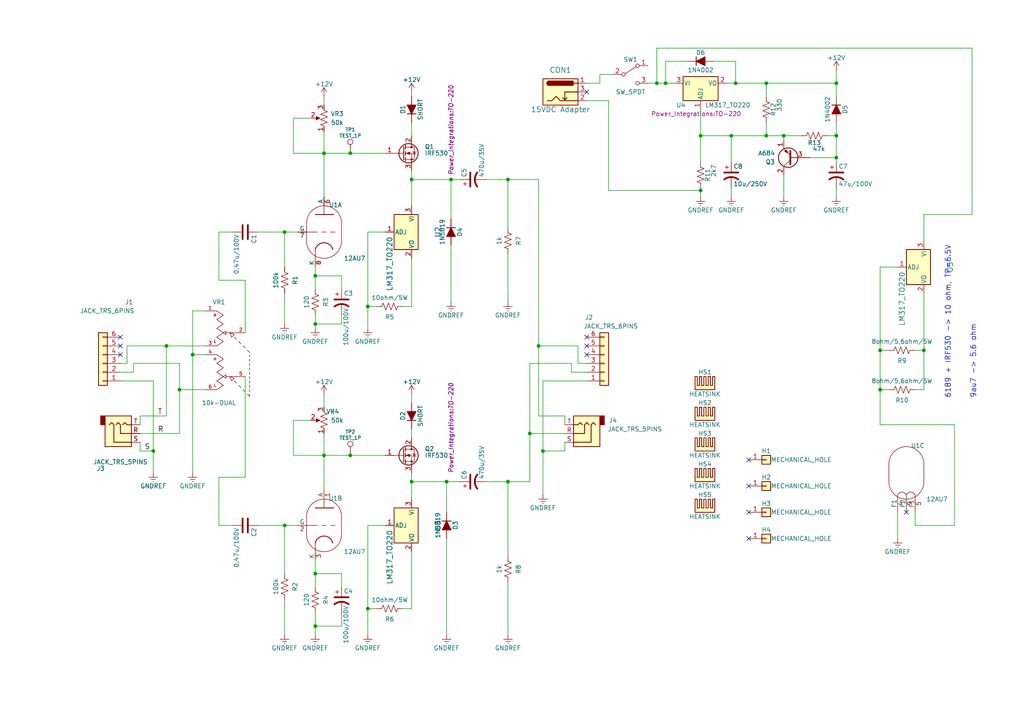
<source format=kicad_sch>
(kicad_sch (version 20211123) (generator eeschema)
  (paper "A4")
  (title_block (title "VacuumTubeEarphoneAmp") (date "2018-06-11") (rev "D") (company "DaHai"))
  (lib_symbols
    (symbol "Connector:AudioJack3"
      (property "Reference" "J" (at 0 8.89 0))
      (property "Value" "AudioJack3" (at 0 6.35 0))
      (symbol "AudioJack3_0_1"
        (rectangle (start -5.08 -5.08) (end -6.35 -2.54) (stroke (width 0.254)) (fill (type outline)))
        (polyline (pts (xy 0 -2.54) (xy 0.635 -3.175) (xy 1.27 -2.54) (xy 2.54 -2.54)) (stroke (width 0.254)))
        (polyline (pts (xy -1.905 -2.54) (xy -1.27 -3.175) (xy -0.635 -2.54) (xy -0.635 0) (xy 2.54 0)) (stroke (width 0.254)))
        (polyline (pts (xy 2.54 2.54) (xy -2.54 2.54) (xy -2.54 -2.54) (xy -3.175 -3.175) (xy -3.81 -2.54)) (stroke (width 0.254)))
        (rectangle (start 2.54 3.81) (end -5.08 -5.08) (stroke (width 0.254)) (fill (type background)))
      )
      (symbol "AudioJack3_1_1"
        (pin passive line (at 5.08 0 180) (length 2.54) (name "~") (number "R"))
        (pin passive line (at 5.08 2.54 180) (length 2.54) (name "~") (number "S"))
        (pin passive line (at 5.08 -2.54 180) (length 2.54) (name "~") (number "T"))
      )
    )
    (symbol "Connector:Barrel_Jack_Switch" (pin_names hide)
      (property "Reference" "J" (at 0 5.334 0))
      (property "Value" "Barrel_Jack_Switch" (at 0 -5.08 0))
      (symbol "Barrel_Jack_Switch_0_1"
        (rectangle (start -5.08 3.81) (end 5.08 -3.81) (stroke (width 0.254)) (fill (type background)))
        (arc (start -3.302 3.175) (mid -3.937 2.54) (end -3.302 1.905) (stroke (width 0.254)))
        (arc (start -3.302 3.175) (mid -3.937 2.54) (end -3.302 1.905) (stroke (width 0.254)) (fill (type outline)))
        (polyline (pts (xy 1.27 -2.286) (xy 1.905 -1.651)) (stroke (width 0.254)))
        (polyline (pts (xy 5.08 2.54) (xy 3.81 2.54)) (stroke (width 0.254)))
        (polyline (pts (xy 5.08 0) (xy 1.27 0) (xy 1.27 -2.286) (xy 0.635 -1.651)) (stroke (width 0.254)))
        (polyline (pts (xy -3.81 -2.54) (xy -2.54 -2.54) (xy -1.27 -1.27) (xy 0 -2.54) (xy 2.54 -2.54) (xy 5.08 -2.54)) (stroke (width 0.254)))
        (rectangle (start 3.683 3.175) (end -3.302 1.905) (stroke (width 0.254)) (fill (type outline)))
      )
      (symbol "Barrel_Jack_Switch_1_1"
        (pin passive line (at 7.62 2.54 180) (length 2.54) (name "~") (number "1"))
        (pin passive line (at 7.62 -2.54 180) (length 2.54) (name "~") (number "2"))
        (pin passive line (at 7.62 0 180) (length 2.54) (name "~") (number "3"))
      )
    )
    (symbol "Connector:TestPoint" (pin_numbers hide) (pin_names (offset 0.762) hide)
      (property "Reference" "TP" (at 0 6.858 0))
      (property "Value" "TestPoint" (at 0 5.08 0))
      (symbol "TestPoint_0_1"
        (circle (center 0 3.302) (radius 0.762))
      )
      (symbol "TestPoint_1_1"
        (pin passive line (at 0 0 90) (length 2.54) (name "1") (number "1"))
      )
    )
    (symbol "Connector_Generic:Conn_01x01" (pin_names (offset 1.016) hide)
      (property "Reference" "J" (at 0 2.54 0))
      (property "Value" "Conn_01x01" (at 0 -2.54 0))
      (symbol "Conn_01x01_1_1"
        (rectangle (start -1.27 0.127) (end 0 -0.127) (stroke (width 0.1524)))
        (rectangle (start -1.27 1.27) (end 1.27 -1.27) (stroke (width 0.254)) (fill (type background)))
        (pin passive line (at -5.08 0 0) (length 3.81) (name "Pin_1") (number "1"))
      )
    )
    (symbol "Connector_Generic:Conn_01x06" (pin_names (offset 1.016) hide)
      (property "Reference" "J" (at 0 7.62 0))
      (property "Value" "Conn_01x06" (at 0 -10.16 0))
      (symbol "Conn_01x06_1_1"
        (rectangle (start -1.27 -7.493) (end 0 -7.747) (stroke (width 0.1524)))
        (rectangle (start -1.27 -4.953) (end 0 -5.207) (stroke (width 0.1524)))
        (rectangle (start -1.27 -2.413) (end 0 -2.667) (stroke (width 0.1524)))
        (rectangle (start -1.27 0.127) (end 0 -0.127) (stroke (width 0.1524)))
        (rectangle (start -1.27 2.667) (end 0 2.413) (stroke (width 0.1524)))
        (rectangle (start -1.27 5.207) (end 0 4.953) (stroke (width 0.1524)))
        (rectangle (start -1.27 6.35) (end 1.27 -8.89) (stroke (width 0.254)) (fill (type background)))
        (pin passive line (at -5.08 5.08 0) (length 3.81) (name "Pin_1") (number "1"))
        (pin passive line (at -5.08 2.54 0) (length 3.81) (name "Pin_2") (number "2"))
        (pin passive line (at -5.08 0 0) (length 3.81) (name "Pin_3") (number "3"))
        (pin passive line (at -5.08 -2.54 0) (length 3.81) (name "Pin_4") (number "4"))
        (pin passive line (at -5.08 -5.08 0) (length 3.81) (name "Pin_5") (number "5"))
        (pin passive line (at -5.08 -7.62 0) (length 3.81) (name "Pin_6") (number "6"))
      )
    )
    (symbol "Device:C" (pin_numbers hide) (pin_names (offset 0.254))
      (property "Reference" "C" (at 0.635 2.54 0))
      (property "Value" "C" (at 0.635 -2.54 0))
      (symbol "C_0_1"
        (polyline (pts (xy -2.032 -0.762) (xy 2.032 -0.762)) (stroke (width 0.508)))
        (polyline (pts (xy -2.032 0.762) (xy 2.032 0.762)) (stroke (width 0.508)))
      )
      (symbol "C_1_1"
        (pin passive line (at 0 3.81 270) (length 2.794) (name "~") (number "1"))
        (pin passive line (at 0 -3.81 90) (length 2.794) (name "~") (number "2"))
      )
    )
    (symbol "Device:CP1" (pin_numbers hide) (pin_names (offset 0.254) hide)
      (property "Reference" "C" (at 0.635 2.54 0))
      (property "Value" "Device_CP1" (at 0.635 -2.54 0))
      (symbol "CP1_0_1"
        (polyline (pts (xy -2.032 0.762) (xy 2.032 0.762)) (stroke (width 0.508)))
        (polyline (pts (xy -1.778 2.286) (xy -0.762 2.286)))
        (polyline (pts (xy -1.27 1.778) (xy -1.27 2.794)))
        (arc (start 2.032 -1.27) (mid 0 -0.5572) (end -2.032 -1.27) (stroke (width 0.508)))
      )
      (symbol "CP1_1_1"
        (pin passive line (at 0 3.81 270) (length 2.794) (name "~") (number "1"))
        (pin passive line (at 0 -3.81 90) (length 3.302) (name "~") (number "2"))
      )
    )
    (symbol "Device:D_ALT" (pin_numbers hide) (pin_names (offset 1.016) hide)
      (property "Reference" "D" (at 0 2.54 0))
      (property "Value" "Device_D_ALT" (at 0 -2.54 0))
      (symbol "D_ALT_0_1"
        (polyline (pts (xy -1.27 1.27) (xy -1.27 -1.27)) (stroke (width 0.254)))
        (polyline (pts (xy 1.27 0) (xy -1.27 0)))
        (polyline (pts (xy 1.27 1.27) (xy 1.27 -1.27) (xy -1.27 0) (xy 1.27 1.27)) (stroke (width 0.254)) (fill (type outline)))
      )
      (symbol "D_ALT_1_1"
        (pin passive line (at -3.81 0 0) (length 2.54) (name "K") (number "1"))
        (pin passive line (at 3.81 0 180) (length 2.54) (name "A") (number "2"))
      )
    )
    (symbol "Device:Q_PNP_ECB" (pin_names (offset 0) hide)
      (property "Reference" "Q" (at 5.08 1.27 0))
      (property "Value" "Q_PNP_ECB" (at 5.08 -1.27 0))
      (symbol "Q_PNP_ECB_0_1"
        (polyline (pts (xy 0.635 0.635) (xy 2.54 2.54)))
        (polyline (pts (xy 0.635 -0.635) (xy 2.54 -2.54) (xy 2.54 -2.54)))
        (polyline (pts (xy 0.635 1.905) (xy 0.635 -1.905) (xy 0.635 -1.905)) (stroke (width 0.508)))
        (polyline (pts (xy 2.286 -1.778) (xy 1.778 -2.286) (xy 1.27 -1.27) (xy 2.286 -1.778) (xy 2.286 -1.778)) (fill (type outline)))
        (circle (center 1.27 0) (radius 2.8194) (stroke (width 0.254)))
      )
      (symbol "Q_PNP_ECB_1_1"
        (pin passive line (at 2.54 -5.08 90) (length 2.54) (name "E") (number "1"))
        (pin passive line (at 2.54 5.08 270) (length 2.54) (name "C") (number "2"))
        (pin input line (at -5.08 0 0) (length 5.715) (name "B") (number "3"))
      )
    )
    (symbol "Device:R_POT_US" (pin_names (offset 1.016) hide)
      (property "Reference" "RV" (at -4.445 0 90))
      (property "Value" "Device_R_POT_US" (at -2.54 0 90))
      (symbol "R_POT_US_0_1"
        (polyline (pts (xy 0 -2.286) (xy 0 -2.54)))
        (polyline (pts (xy 0 2.54) (xy 0 2.286)))
        (polyline (pts (xy 2.54 0) (xy 1.524 0)))
        (polyline (pts (xy 1.143 0) (xy 2.286 0.508) (xy 2.286 -0.508) (xy 1.143 0)) (fill (type outline)))
        (polyline (pts (xy 0 -0.762) (xy 1.016 -1.143) (xy 0 -1.524) (xy -1.016 -1.905) (xy 0 -2.286)))
        (polyline (pts (xy 0 0.762) (xy 1.016 0.381) (xy 0 0) (xy -1.016 -0.381) (xy 0 -0.762)))
        (polyline (pts (xy 0 2.286) (xy 1.016 1.905) (xy 0 1.524) (xy -1.016 1.143) (xy 0 0.762)))
      )
      (symbol "R_POT_US_1_1"
        (pin passive line (at 0 3.81 270) (length 1.27) (name "1") (number "1"))
        (pin passive line (at 3.81 0 180) (length 1.27) (name "2") (number "2"))
        (pin passive line (at 0 -3.81 90) (length 1.27) (name "3") (number "3"))
      )
    )
    (symbol "Device:R_US" (pin_numbers hide) (pin_names (offset 0))
      (property "Reference" "R" (at 2.54 0 90))
      (property "Value" "R_US" (at -2.54 0 90))
      (symbol "R_US_0_1"
        (polyline (pts (xy 0 -2.286) (xy 0 -2.54)))
        (polyline (pts (xy 0 2.286) (xy 0 2.54)))
        (polyline (pts (xy 0 -0.762) (xy 1.016 -1.143) (xy 0 -1.524) (xy -1.016 -1.905) (xy 0 -2.286)))
        (polyline (pts (xy 0 0.762) (xy 1.016 0.381) (xy 0 0) (xy -1.016 -0.381) (xy 0 -0.762)))
        (polyline (pts (xy 0 2.286) (xy 1.016 1.905) (xy 0 1.524) (xy -1.016 1.143) (xy 0 0.762)))
      )
      (symbol "R_US_1_1"
        (pin passive line (at 0 3.81 270) (length 1.27) (name "~") (number "1"))
        (pin passive line (at 0 -3.81 90) (length 1.27) (name "~") (number "2"))
      )
    )
    (symbol "Mechanical:Heatsink" (pin_names (offset 1.016))
      (property "Reference" "HS" (at 0 5.08 0))
      (property "Value" "Heatsink" (at 0 -1.27 0))
      (symbol "Heatsink_0_1"
        (polyline (pts (xy -0.3302 1.27) (xy -0.9652 1.27) (xy -0.9652 3.81) (xy -1.6002 3.81) (xy -1.6002 1.27) (xy -2.2352 1.27) (xy -2.2352 3.81) (xy -2.8702 3.81) (xy -2.8702 0) (xy -0.9652 0)) (stroke (width 0.254)) (fill (type background)))
        (polyline (pts (xy -0.3302 1.27) (xy -0.3302 3.81) (xy 0.3048 3.81) (xy 0.3048 1.27) (xy 0.9398 1.27) (xy 0.9398 3.81) (xy 1.5748 3.81) (xy 1.5748 1.27) (xy 2.2098 1.27) (xy 2.2098 3.81) (xy 2.8448 3.81) (xy 2.8448 0) (xy -0.9652 0)) (stroke (width 0.254)) (fill (type background)))
      )
    )
    (symbol "Regulator_Linear:LM317_SOT-223" (pin_names (offset 0.254))
      (property "Reference" "U" (at -3.81 3.175 0))
      (property "Value" "LM317_SOT-223" (at 0 3.175 0))
      (symbol "LM317_SOT-223_0_1"
        (rectangle (start -5.08 1.905) (end 5.08 -5.08) (stroke (width 0.254)) (fill (type background)))
      )
      (symbol "LM317_SOT-223_1_1"
        (pin input line (at 0 -7.62 90) (length 2.54) (name "ADJ") (number "1"))
        (pin power_out line (at 7.62 0 180) (length 2.54) (name "VO") (number "2"))
        (pin power_in line (at -7.62 0 0) (length 2.54) (name "VI") (number "3"))
      )
    )
    (symbol "Switch:SW_SPDT" (pin_names (offset 0) hide)
      (property "Reference" "SW" (at 0 4.318 0))
      (property "Value" "SW_SPDT" (at 0 -5.08 0))
      (symbol "SW_SPDT_0_0"
        (circle (center -2.032 0) (radius 0.508))
        (circle (center 2.032 -2.54) (radius 0.508))
      )
      (symbol "SW_SPDT_0_1"
        (polyline (pts (xy -1.524 0.254) (xy 1.651 2.286)))
        (circle (center 2.032 2.54) (radius 0.508))
      )
      (symbol "SW_SPDT_1_1"
        (pin passive line (at 5.08 2.54 180) (length 2.54) (name "A") (number "1"))
        (pin passive line (at -5.08 0 0) (length 2.54) (name "B") (number "2"))
        (pin passive line (at 5.08 -2.54 180) (length 2.54) (name "C") (number "3"))
      )
    )
    (symbol "Transistor_FET:IRF540N" (pin_names hide)
      (property "Reference" "Q" (at 6.35 1.905 0))
      (property "Value" "IRF540N" (at 6.35 0 0))
      (symbol "IRF540N_0_1"
        (polyline (pts (xy 0.254 0) (xy -2.54 0)))
        (polyline (pts (xy 0.254 1.905) (xy 0.254 -1.905)) (stroke (width 0.254)))
        (polyline (pts (xy 0.762 -1.27) (xy 0.762 -2.286)) (stroke (width 0.254)))
        (polyline (pts (xy 0.762 0.508) (xy 0.762 -0.508)) (stroke (width 0.254)))
        (polyline (pts (xy 0.762 2.286) (xy 0.762 1.27)) (stroke (width 0.254)))
        (polyline (pts (xy 2.54 2.54) (xy 2.54 1.778)))
        (polyline (pts (xy 2.54 -2.54) (xy 2.54 0) (xy 0.762 0)))
        (polyline (pts (xy 0.762 -1.778) (xy 3.302 -1.778) (xy 3.302 1.778) (xy 0.762 1.778)))
        (polyline (pts (xy 1.016 0) (xy 2.032 0.381) (xy 2.032 -0.381) (xy 1.016 0)) (fill (type outline)))
        (polyline (pts (xy 2.794 0.508) (xy 2.921 0.381) (xy 3.683 0.381) (xy 3.81 0.254)))
        (polyline (pts (xy 3.302 0.381) (xy 2.921 -0.254) (xy 3.683 -0.254) (xy 3.302 0.381)))
        (circle (center 1.651 0) (radius 2.794) (stroke (width 0.254)))
        (circle (center 2.54 -1.778) (radius 0.254) (fill (type outline)))
        (circle (center 2.54 1.778) (radius 0.254) (fill (type outline)))
      )
      (symbol "IRF540N_1_1"
        (pin input line (at -5.08 0 0) (length 2.54) (name "G") (number "1"))
        (pin passive line (at 2.54 5.08 270) (length 2.54) (name "D") (number "2"))
        (pin passive line (at 2.54 -5.08 90) (length 2.54) (name "S") (number "3"))
      )
    )
    (symbol "Valve:ECC83" (pin_names (offset 0))
      (property "Reference" "U" (at 3.302 7.874 0))
      (property "Value" "ECC83" (at 8.89 -7.62 0))
      (symbol "ECC83_0_1"
        (arc (start -5.08 -2.54) (mid 0 -7.62) (end 5.08 -2.54))
        (polyline (pts (xy 5.08 2.54) (xy 5.08 -2.54)))
        (polyline (pts (xy -5.08 2.54) (xy -5.08 -2.54) (xy -5.08 -2.54)))
        (arc (start 5.08 2.54) (mid 0 7.62) (end -5.08 2.54))
      )
      (symbol "ECC83_1_0"
        (polyline (pts (xy -2.54 -5.08) (xy -2.54 -7.62)))
        (polyline (pts (xy 0 5.08) (xy 0 7.62)))
      )
      (symbol "ECC83_1_1"
        (polyline (pts (xy -5.08 0) (xy -3.175 0)))
        (polyline (pts (xy -1.905 0) (xy -3.175 0)) (stroke (width 0.1524)))
        (polyline (pts (xy -0.635 0) (xy 0.635 0)) (stroke (width 0.1524)))
        (polyline (pts (xy 1.905 0) (xy 3.175 0)) (stroke (width 0.1524)))
        (polyline (pts (xy -2.54 5.08) (xy 2.794 5.08) (xy 2.794 5.08)) (stroke (width 0.254)))
        (arc (start 2.54 -5.08) (mid 0 -3.0968) (end -2.54 -5.08) (stroke (width 0.254)))
        (pin output line (at 0 10.16 270) (length 2.54) (name "A") (number "6"))
        (pin input line (at -7.62 0 0) (length 2.54) (name "G") (number "7"))
        (pin bidirectional line (at -2.54 -10.16 90) (length 2.54) (name "K") (number "8"))
      )
      (symbol "ECC83_2_0"
        (polyline (pts (xy -2.54 -5.08) (xy -2.54 -7.62)))
        (polyline (pts (xy 0 5.08) (xy 0 7.62)))
      )
      (symbol "ECC83_2_1"
        (polyline (pts (xy -5.08 0) (xy -3.175 0)))
        (polyline (pts (xy -1.905 0) (xy -3.175 0)) (stroke (width 0.1524)))
        (polyline (pts (xy -0.635 0) (xy 0.635 0)) (stroke (width 0.1524)))
        (polyline (pts (xy 1.905 0) (xy 3.175 0)) (stroke (width 0.1524)))
        (polyline (pts (xy -2.54 5.08) (xy 2.794 5.08) (xy 2.794 5.08)) (stroke (width 0.254)))
        (arc (start 2.54 -5.08) (mid 0 -3.0968) (end -2.54 -5.08) (stroke (width 0.254)))
        (pin output line (at 0 10.16 270) (length 2.54) (name "A") (number "1"))
        (pin input line (at -7.62 0 0) (length 2.54) (name "G") (number "2"))
        (pin bidirectional line (at -2.54 -10.16 90) (length 2.54) (name "K") (number "3"))
      )
      (symbol "ECC83_3_1"
        (arc (start 0 -6.35) (mid -1.27 -5.5651) (end -2.54 -6.35))
        (arc (start 2.54 -6.35) (mid 1.27 -5.5651) (end 0 -6.35))
        (pin power_in line (at -2.54 -11.43 90) (length 5.08) (name "F1") (number "4"))
        (pin power_in line (at 2.54 -11.43 90) (length 5.08) (name "F1") (number "5"))
        (pin power_in line (at 0 -11.43 90) (length 5.08) (name "F2") (number "9"))
      )
    )
    (symbol "local_device:DUAL_POT_ANSI" (pin_names (offset 1.016) hide)
      (property "Reference" "RV" (at 4.064 10.414 0))
      (property "Value" "local_device_DUAL_POT_ANSI" (at 7.366 -7.62 0))
      (symbol "DUAL_POT_ANSI_0_0"
        (text "H" (at -1.143 0 0) (effects (font (size 0.762 0.762))))
        (text "H" (at -1.143 12.7 0) (effects (font (size 0.762 0.762))))
        (text "H" (at -1.143 12.7 0) (effects (font (size 0.762 0.762))))
        (text "L" (at -1.143 -7.62 0) (effects (font (size 0.762 0.762))))
        (text "L" (at -1.143 5.08 0) (effects (font (size 0.762 0.762))))
        (text "L" (at -1.143 5.08 0) (effects (font (size 0.762 0.762))))
      )
      (symbol "DUAL_POT_ANSI_0_1"
        (polyline (pts (xy -1.27 -8.89) (xy -0.635 -8.89)))
        (polyline (pts (xy -1.27 1.27) (xy -0.635 1.27)))
        (polyline (pts (xy -1.27 3.81) (xy -0.635 3.81)))
        (polyline (pts (xy -1.27 13.97) (xy -0.635 13.97)))
        (polyline (pts (xy 4.445 -6.35) (xy 5.08 -6.985)))
        (polyline (pts (xy 4.445 6.35) (xy 5.08 5.715)))
        (polyline (pts (xy 5.715 -7.62) (xy 6.35 -8.255)))
        (polyline (pts (xy 5.715 5.08) (xy 6.35 4.445)))
        (polyline (pts (xy 6.985 -8.89) (xy 7.62 -9.525)))
        (polyline (pts (xy 6.985 3.81) (xy 7.62 3.175)))
        (polyline (pts (xy 8.255 -10.16) (xy 8.89 -10.795)))
        (polyline (pts (xy 8.255 2.54) (xy 8.89 1.905)))
        (polyline (pts (xy 8.89 -10.795) (xy 8.89 -10.16)))
        (polyline (pts (xy 8.89 -9.525) (xy 8.89 -8.89)))
        (polyline (pts (xy 8.89 -8.255) (xy 8.89 -7.62)))
        (polyline (pts (xy 8.89 -6.985) (xy 8.89 -6.35)))
        (polyline (pts (xy 8.89 -5.715) (xy 8.89 -5.08)))
        (polyline (pts (xy 8.89 -4.445) (xy 8.89 -3.81)))
        (polyline (pts (xy 8.89 -3.175) (xy 8.89 -2.54)))
        (polyline (pts (xy 8.89 -1.905) (xy 8.89 -1.27)))
        (polyline (pts (xy 8.89 -0.635) (xy 8.89 0)))
        (polyline (pts (xy 8.89 0.635) (xy 8.89 1.27)))
        (polyline (pts (xy 5.08 7.62) (xy 2.032 7.62) (xy 2.032 7.62) (xy 2.032 7.62)))
        (polyline (pts (xy 2.032 -5.588) (xy 2.032 -4.572) (xy 1.27 -5.08) (xy 2.032 -5.588) (xy 2.032 -5.588)))
        (polyline (pts (xy 3.175 -5.08) (xy 3.683 -6.35) (xy 4.445 -5.588) (xy 3.175 -5.08) (xy 3.175 -5.08)))
        (polyline (pts (xy 5.08 -5.08) (xy 2.032 -5.08) (xy 2.032 -5.08) (xy 2.032 -5.08) (xy 2.032 -5.08)))
        (polyline (pts (xy 2.032 7.112) (xy 2.032 8.128) (xy 1.27 7.62) (xy 2.032 7.112) (xy 2.032 7.112) (xy 2.032 7.112)))
        (polyline (pts (xy -0.635 1.27) (xy 1.27 0) (xy -0.635 -1.27) (xy 1.27 -2.54) (xy -0.635 -3.81) (xy 1.27 -5.08) (xy -0.635 -6.35) (xy 1.27 -7.62) (xy -0.635 -8.89)))
        (polyline (pts (xy -0.635 13.97) (xy 1.27 12.7) (xy -0.635 11.43) (xy 1.27 10.16) (xy -0.635 8.89) (xy 1.27 7.62) (xy -0.635 6.35) (xy 1.27 5.08) (xy -0.635 3.81)))
      )
      (symbol "DUAL_POT_ANSI_1_1"
        (polyline (pts (xy 3.175 7.62) (xy 3.683 6.35) (xy 4.445 7.112) (xy 3.175 7.62) (xy 3.175 7.62) (xy 3.175 7.62)))
        (pin passive line (at -3.81 13.97 0) (length 2.54) (name "1") (number "1"))
        (pin passive line (at 7.62 7.62 180) (length 2.54) (name "2") (number "2"))
        (pin passive line (at -3.81 3.81 0) (length 2.54) (name "3") (number "3"))
        (pin passive line (at -3.81 1.27 0) (length 2.54) (name "~") (number "4"))
        (pin passive line (at 7.62 -5.08 180) (length 2.54) (name "~") (number "5"))
        (pin passive line (at -3.81 -8.89 0) (length 2.54) (name "~") (number "6"))
      )
    )
    (symbol "power:+12V" (power) (pin_names (offset 0))
      (property "Value" "+12V" (at 0 3.556 0))
      (symbol "+12V_0_1"
        (polyline (pts (xy -0.762 1.27) (xy 0 2.54)))
        (polyline (pts (xy 0 0) (xy 0 2.54)))
        (polyline (pts (xy 0 2.54) (xy 0.762 1.27)))
      )
      (symbol "+12V_1_1"
        (pin power_in line (at 0 0 90) (length 0) hide (name "+12V") (number "1"))
      )
    )
    (symbol "power:GNDREF" (power) (pin_names (offset 0))
      (property "Value" "GNDREF" (at 0 -3.81 0))
      (symbol "GNDREF_0_1"
        (polyline (pts (xy -0.635 -1.905) (xy 0.635 -1.905)))
        (polyline (pts (xy -0.127 -2.54) (xy 0.127 -2.54)))
        (polyline (pts (xy 0 -1.27) (xy 0 0)))
        (polyline (pts (xy 1.27 -1.27) (xy -1.27 -1.27)))
      )
      (symbol "GNDREF_1_1"
        (pin power_in line (at 0 0 270) (length 0) hide (name "GNDREF") (number "1"))
      )
    )
  )
  (junction (at 193.04 24.13))
  (junction (at 91.44 166.37))
  (junction (at 203.2 39.37))
  (junction (at 93.98 132.08))
  (junction (at 101.6 132.08))
  (junction (at 91.44 80.01))
  (junction (at 156.21 100.33))
  (junction (at 119.38 52.07))
  (junction (at 106.68 176.53))
  (junction (at 91.44 181.61))
  (junction (at 212.09 39.37))
  (junction (at 48.26 100.33))
  (junction (at 91.44 93.98))
  (junction (at 130.81 52.07))
  (junction (at 106.68 88.9))
  (junction (at 93.98 44.45))
  (junction (at 82.55 152.4))
  (junction (at 213.36 24.13))
  (junction (at 203.2 55.245))
  (junction (at 190.5 24.13))
  (junction (at 242.57 39.37))
  (junction (at 255.27 101.6))
  (junction (at 153.67 125.73))
  (junction (at 242.57 45.72))
  (junction (at 267.97 101.6))
  (junction (at 227.33 39.37))
  (junction (at 222.25 24.13))
  (junction (at 119.38 139.7))
  (junction (at 52.07 113.03))
  (junction (at 44.45 130.81))
  (junction (at 55.88 102.87))
  (junction (at 147.32 139.7))
  (junction (at 129.54 139.7))
  (junction (at 242.57 24.13))
  (junction (at 147.32 52.07))
  (junction (at 222.25 39.37))
  (junction (at 157.48 130.81))
  (junction (at 82.55 67.31))
  (junction (at 101.6 44.45))
  (junction (at 255.27 113.03))
  (no_connect (at 170.18 100.33))
  (no_connect (at 217.17 140.97))
  (no_connect (at 217.17 156.21))
  (no_connect (at 217.17 133.35))
  (no_connect (at 34.925 97.79))
  (no_connect (at 262.89 148.59))
  (no_connect (at 170.18 102.87))
  (no_connect (at 34.925 102.87))
  (no_connect (at 170.18 97.79))
  (no_connect (at 217.17 148.59))
  (no_connect (at 170.18 26.67))
  (no_connect (at 34.925 100.33))
  (wire (pts (xy 242.57 57.15) (xy 242.57 54.61)))
  (wire (pts (xy 227.33 40.64) (xy 227.33 39.37)))
  (wire (pts (xy 260.35 156.21) (xy 260.35 148.59)))
  (wire (pts (xy 130.81 71.12) (xy 130.81 87.63)))
  (wire (pts (xy 91.44 91.44) (xy 91.44 93.98)))
  (wire (pts (xy 85.09 44.45) (xy 93.98 44.45)))
  (wire (pts (xy 267.97 85.09) (xy 267.97 101.6)))
  (wire (pts (xy 85.09 121.92) (xy 85.09 132.08)))
  (wire (pts (xy 82.55 152.4) (xy 82.55 166.37)))
  (wire (pts (xy 119.38 49.53) (xy 119.38 52.07)))
  (wire (pts (xy 165.735 107.95) (xy 170.18 107.95)))
  (wire (pts (xy 147.32 168.91) (xy 147.32 184.15)))
  (wire (pts (xy 147.32 139.7) (xy 147.32 161.29)))
  (wire (pts (xy 82.55 77.47) (xy 82.55 67.31)))
  (wire (pts (xy 91.44 166.37) (xy 99.06 166.37)))
  (wire (pts (xy 44.45 130.81) (xy 44.45 137.16)))
  (wire (pts (xy 63.5 138.43) (xy 63.5 152.4)))
  (wire (pts (xy 255.27 113.03) (xy 257.81 113.03)))
  (wire (pts (xy 106.68 152.4) (xy 106.68 176.53)))
  (wire (pts (xy 116.84 176.53) (xy 119.38 176.53)))
  (wire (pts (xy 119.38 52.07) (xy 119.38 59.69)))
  (wire (pts (xy 91.44 181.61) (xy 91.44 184.15)))
  (wire (pts (xy 93.98 132.08) (xy 101.6 132.08)))
  (wire (pts (xy 91.44 77.47) (xy 91.44 80.01)))
  (wire (pts (xy 276.86 123.19) (xy 276.86 152.4)))
  (wire (pts (xy 242.57 35.56) (xy 242.57 39.37)))
  (wire (pts (xy 147.32 52.07) (xy 147.32 66.04)))
  (wire (pts (xy 212.09 54.61) (xy 212.09 57.15)))
  (wire (pts (xy 40.64 120.65) (xy 40.64 123.19)))
  (wire (pts (xy 163.83 130.81) (xy 157.48 130.81)))
  (wire (pts (xy 52.07 113.03) (xy 52.07 125.73)))
  (wire (pts (xy 210.82 24.13) (xy 213.36 24.13)))
  (wire (pts (xy 36.83 105.41) (xy 34.925 105.41)))
  (wire (pts (xy 40.64 130.81) (xy 44.45 130.81)))
  (wire (pts (xy 63.5 152.4) (xy 67.31 152.4)))
  (wire (pts (xy 153.67 125.73) (xy 153.67 139.7)))
  (wire (pts (xy 265.43 152.4) (xy 265.43 148.59)))
  (wire (pts (xy 91.44 93.98) (xy 91.44 95.25)))
  (wire (pts (xy 116.84 88.9) (xy 119.38 88.9)))
  (wire (pts (xy 93.98 30.48) (xy 93.98 27.94)))
  (wire (pts (xy 82.55 173.99) (xy 82.55 184.15)))
  (wire (pts (xy 267.97 62.23) (xy 267.97 69.85)))
  (wire (pts (xy 130.81 63.5) (xy 130.81 52.07)))
  (wire (pts (xy 170.18 29.21) (xy 176.53 29.21)))
  (wire (pts (xy 255.27 77.47) (xy 255.27 101.6)))
  (wire (pts (xy 153.67 125.73) (xy 163.83 125.73)))
  (wire (pts (xy 203.2 55.245) (xy 203.2 54.61)))
  (wire (pts (xy 44.45 110.49) (xy 44.45 130.81)))
  (wire (pts (xy 167.64 105.41) (xy 170.18 105.41)))
  (wire (pts (xy 93.98 44.45) (xy 93.98 57.15)))
  (wire (pts (xy 147.32 139.7) (xy 140.97 139.7)))
  (wire (pts (xy 106.68 176.53) (xy 106.68 184.15)))
  (wire (pts (xy 255.27 101.6) (xy 255.27 113.03)))
  (wire (pts (xy 281.94 62.23) (xy 281.94 13.97)))
  (wire (pts (xy 93.98 44.45) (xy 101.6 44.45)))
  (wire (pts (xy 74.93 152.4) (xy 82.55 152.4)))
  (wire (pts (xy 213.36 17.78) (xy 213.36 24.13)))
  (wire (pts (xy 67.31 67.31) (xy 63.5 67.31)))
  (wire (pts (xy 40.64 120.65) (xy 48.26 120.65)))
  (wire (pts (xy 48.26 100.33) (xy 59.69 100.33)))
  (wire (pts (xy 91.44 80.01) (xy 91.44 83.82)))
  (wire (pts (xy 203.2 39.37) (xy 203.2 46.99)))
  (wire (pts (xy 187.96 24.13) (xy 190.5 24.13)))
  (wire (pts (xy 55.88 90.17) (xy 55.88 102.87)))
  (wire (pts (xy 242.57 45.72) (xy 242.57 46.99)))
  (wire (pts (xy 170.18 24.13) (xy 173.99 24.13)))
  (wire (pts (xy 190.5 24.13) (xy 193.04 24.13)))
  (wire (pts (xy 119.38 160.02) (xy 119.38 176.53)))
  (wire (pts (xy 163.83 128.27) (xy 163.83 130.81)))
  (wire (pts (xy 85.09 132.08) (xy 93.98 132.08)))
  (wire (pts (xy 222.25 24.13) (xy 222.25 27.94)))
  (wire (pts (xy 106.68 176.53) (xy 109.22 176.53)))
  (wire (pts (xy 153.67 105.41) (xy 153.67 125.73)))
  (wire (pts (xy 193.04 17.78) (xy 193.04 24.13)))
  (wire (pts (xy 222.25 24.13) (xy 242.57 24.13)))
  (wire (pts (xy 59.69 102.87) (xy 55.88 102.87)))
  (wire (pts (xy 212.09 46.99) (xy 212.09 39.37)))
  (wire (pts (xy 38.735 105.41) (xy 52.07 105.41)))
  (wire (pts (xy 176.53 55.245) (xy 203.2 55.245)))
  (wire (pts (xy 281.94 13.97) (xy 190.5 13.97)))
  (wire (pts (xy 38.735 107.95) (xy 34.925 107.95)))
  (wire (pts (xy 91.44 166.37) (xy 91.44 170.18)))
  (wire (pts (xy 265.43 113.03) (xy 267.97 113.03)))
  (wire (pts (xy 163.83 120.65) (xy 163.83 123.19)))
  (wire (pts (xy 106.68 88.9) (xy 106.68 95.25)))
  (wire (pts (xy 222.25 35.56) (xy 222.25 39.37)))
  (wire (pts (xy 255.27 113.03) (xy 255.27 123.19)))
  (wire (pts (xy 190.5 13.97) (xy 190.5 24.13)))
  (wire (pts (xy 147.32 73.66) (xy 147.32 87.63)))
  (wire (pts (xy 99.06 83.82) (xy 99.06 80.01)))
  (wire (pts (xy 71.12 109.22) (xy 71.12 138.43)))
  (wire (pts (xy 227.33 39.37) (xy 232.41 39.37)))
  (wire (pts (xy 173.99 21.59) (xy 177.8 21.59)))
  (wire (pts (xy 82.55 85.09) (xy 82.55 93.98)))
  (wire (pts (xy 140.97 52.07) (xy 147.32 52.07)))
  (wire (pts (xy 99.06 181.61) (xy 99.06 177.8)))
  (wire (pts (xy 52.07 113.03) (xy 59.69 113.03)))
  (wire (pts (xy 222.25 39.37) (xy 227.33 39.37)))
  (wire (pts (xy 130.81 52.07) (xy 133.35 52.07)))
  (wire (pts (xy 153.67 105.41) (xy 165.735 105.41)))
  (wire (pts (xy 99.06 80.01) (xy 91.44 80.01)))
  (wire (pts (xy 93.98 125.73) (xy 93.98 132.08)))
  (wire (pts (xy 93.98 38.1) (xy 93.98 44.45)))
  (wire (pts (xy 74.93 67.31) (xy 82.55 67.31)))
  (wire (pts (xy 55.88 90.17) (xy 59.69 90.17)))
  (wire (pts (xy 55.88 102.87) (xy 55.88 137.16)))
  (wire (pts (xy 156.21 100.33) (xy 167.64 100.33)))
  (wire (pts (xy 91.44 93.98) (xy 99.06 93.98)))
  (wire (pts (xy 119.38 114.3) (xy 119.38 116.84)))
  (wire (pts (xy 242.57 20.32) (xy 242.57 24.13)))
  (wire (pts (xy 38.735 105.41) (xy 38.735 107.95)))
  (wire (pts (xy 193.04 24.13) (xy 195.58 24.13)))
  (wire (pts (xy 90.17 121.92) (xy 85.09 121.92)))
  (wire (pts (xy 203.2 57.15) (xy 203.2 55.245)))
  (wire (pts (xy 99.06 166.37) (xy 99.06 170.18)))
  (wire (pts (xy 212.09 39.37) (xy 222.25 39.37)))
  (wire (pts (xy 52.07 105.41) (xy 52.07 113.03)))
  (wire (pts (xy 260.35 77.47) (xy 255.27 77.47)))
  (wire (pts (xy 111.76 152.4) (xy 106.68 152.4)))
  (wire (pts (xy 176.53 29.21) (xy 176.53 55.245)))
  (wire (pts (xy 173.99 24.13) (xy 173.99 21.59)))
  (wire (pts (xy 82.55 67.31) (xy 86.36 67.31)))
  (wire (pts (xy 90.17 34.29) (xy 85.09 34.29)))
  (wire (pts (xy 93.98 132.08) (xy 93.98 142.24)))
  (wire (pts (xy 119.38 139.7) (xy 129.54 139.7)))
  (wire (pts (xy 91.44 162.56) (xy 91.44 166.37)))
  (wire (pts (xy 111.76 67.31) (xy 106.68 67.31)))
  (wire (pts (xy 91.44 181.61) (xy 99.06 181.61)))
  (wire (pts (xy 52.07 125.73) (xy 40.64 125.73)))
  (wire (pts (xy 276.86 152.4) (xy 265.43 152.4)))
  (wire (pts (xy 71.12 96.52) (xy 71.12 81.28)))
  (wire (pts (xy 34.925 110.49) (xy 44.45 110.49)))
  (wire (pts (xy 119.38 124.46) (xy 119.38 127)))
  (wire (pts (xy 153.67 139.7) (xy 147.32 139.7)))
  (wire (pts (xy 106.68 88.9) (xy 109.22 88.9)))
  (wire (pts (xy 157.48 110.49) (xy 157.48 130.81)))
  (wire (pts (xy 101.6 44.45) (xy 111.76 44.45)))
  (wire (pts (xy 119.38 52.07) (xy 130.81 52.07)))
  (wire (pts (xy 71.12 81.28) (xy 63.5 81.28)))
  (wire (pts (xy 267.97 101.6) (xy 267.97 113.03)))
  (wire (pts (xy 242.57 24.13) (xy 242.57 27.94)))
  (wire (pts (xy 203.2 39.37) (xy 212.09 39.37)))
  (wire (pts (xy 240.03 39.37) (xy 242.57 39.37)))
  (wire (pts (xy 82.55 152.4) (xy 86.36 152.4)))
  (wire (pts (xy 119.38 27.94) (xy 119.38 26.67)))
  (wire (pts (xy 99.06 93.98) (xy 99.06 91.44)))
  (wire (pts (xy 167.64 100.33) (xy 167.64 105.41)))
  (wire (pts (xy 129.54 148.59) (xy 129.54 139.7)))
  (wire (pts (xy 165.735 105.41) (xy 165.735 107.95)))
  (wire (pts (xy 242.57 39.37) (xy 242.57 45.72)))
  (wire (pts (xy 40.64 128.27) (xy 40.64 130.81)))
  (wire (pts (xy 36.83 100.33) (xy 48.26 100.33)))
  (wire (pts (xy 156.21 100.33) (xy 156.21 120.65)))
  (wire (pts (xy 119.38 74.93) (xy 119.38 88.9)))
  (wire (pts (xy 147.32 52.07) (xy 156.21 52.07)))
  (wire (pts (xy 36.83 100.33) (xy 36.83 105.41)))
  (wire (pts (xy 106.68 67.31) (xy 106.68 88.9)))
  (wire (pts (xy 48.26 120.65) (xy 48.26 100.33)))
  (wire (pts (xy 71.12 138.43) (xy 63.5 138.43)))
  (wire (pts (xy 91.44 177.8) (xy 91.44 181.61)))
  (wire (pts (xy 93.98 118.11) (xy 93.98 114.3)))
  (wire (pts (xy 85.09 34.29) (xy 85.09 44.45)))
  (wire (pts (xy 119.38 35.56) (xy 119.38 39.37)))
  (wire (pts (xy 255.27 123.19) (xy 276.86 123.19)))
  (wire (pts (xy 199.39 17.78) (xy 193.04 17.78)))
  (wire (pts (xy 207.01 17.78) (xy 213.36 17.78)))
  (wire (pts (xy 129.54 139.7) (xy 133.35 139.7)))
  (wire (pts (xy 129.54 184.15) (xy 129.54 156.21)))
  (wire (pts (xy 234.95 45.72) (xy 242.57 45.72)))
  (wire (pts (xy 281.94 62.23) (xy 267.97 62.23)))
  (wire (pts (xy 227.33 50.8) (xy 227.33 57.15)))
  (wire (pts (xy 203.2 31.75) (xy 203.2 39.37)))
  (wire (pts (xy 265.43 101.6) (xy 267.97 101.6)))
  (wire (pts (xy 156.21 120.65) (xy 163.83 120.65)))
  (wire (pts (xy 255.27 101.6) (xy 257.81 101.6)))
  (wire (pts (xy 157.48 110.49) (xy 170.18 110.49)))
  (wire (pts (xy 101.6 132.08) (xy 111.76 132.08)))
  (wire (pts (xy 156.21 52.07) (xy 156.21 100.33)))
  (wire (pts (xy 63.5 81.28) (xy 63.5 67.31)))
  (wire (pts (xy 119.38 137.16) (xy 119.38 139.7)))
  (wire (pts (xy 119.38 139.7) (xy 119.38 144.78)))
  (wire (pts (xy 157.48 130.81) (xy 157.48 143.51)))
  (wire (pts (xy 213.36 24.13) (xy 222.25 24.13)))
  (text "6189 + IRF530 -> 10 ohm, TP=6.5V\n\n\n9au7 -> 5.6 ohm" (at 283.21 115.57 90) (effects (font (size 1.524 1.524)) (justify left bottom)))
  (label "R" (at 45.72 125.73 0) (effects (font (size 1.524 1.524))))
  (label "T" (at 45.72 120.65 0) (effects (font (size 1.524 1.524))))
  (label "S" (at 41.91 130.81 0) (effects (font (size 1.524 1.524))))
  (symbol (lib_id "Valve:ECC83") (at 93.98 67.31 0) (unit 1)
    (property "Reference" "U1" (at 97.282 59.436 0))
    (property "Value" "12AU7" (at 102.87 74.93 0))
    (property "Footprint" "Valves:VALVE-ECC-83-2" (effects hide))
  )
  (symbol (lib_id "Valve:ECC83") (at 93.98 152.4 0) (unit 2)
    (property "Reference" "U1" (at 97.282 144.526 0))
    (property "Value" "12AU7" (at 102.87 160.02 0))
    (property "Footprint" "Valves:VALVE-ECC-83-2" (effects hide))
  )
  (symbol (lib_id "Valve:ECC83") (at 262.89 137.16 0) (unit 3)
    (property "Reference" "U1" (at 266.192 129.286 0))
    (property "Value" "12AU7" (at 271.78 144.78 0))
    (property "Footprint" "Valves:VALVE-ECC-83-2" (effects hide))
  )
  (symbol (lib_id "Device:R_US") (at 82.55 81.28 0) (unit 1)
    (property "Reference" "R1" (at 85.598 81.28 90))
    (property "Value" "100k" (at 80.01 81.28 90))
    (property "Footprint" "Resistors_Universal:Resistor_SMD+THTuniversal_0805to2512_RM10_HandSoldering" (effects hide))
  )
  (symbol (lib_id "Device:C") (at 71.12 67.31 270) (unit 1)
    (property "Reference" "C1" (at 73.66 67.945 0) (effects (justify left)))
    (property "Value" "0.47u/100V" (at 68.58 67.945 0) (effects (justify left)))
    (property "Footprint" "Capacitors_THT:C_Disc_D16.0mm_W5.0mm_P10.00mm" (effects hide))
  )
  (symbol (lib_id "Device:R_US") (at 82.55 170.18 0) (unit 1)
    (property "Reference" "R2" (at 85.598 170.18 90))
    (property "Value" "100k" (at 80.01 170.18 90))
    (property "Footprint" "Resistors_Universal:Resistor_SMD+THTuniversal_0805to2512_RM10_HandSoldering" (effects hide))
  )
  (symbol (lib_id "Device:R_US") (at 113.03 88.9 270) (unit 1)
    (property "Reference" "R5" (at 113.03 91.948 90))
    (property "Value" "10ohm/5W" (at 113.03 86.36 90))
    (property "Footprint" "Resistors_THT:R_Axial_Power_L20.0mm_W6.4mm_P25.40mm" (effects hide))
  )
  (symbol (lib_id "Device:R_POT_US") (at 93.98 34.29 180) (unit 1)
    (property "Reference" "VR3" (at 97.79 33.02 0))
    (property "Value" "50k" (at 97.79 35.56 0))
    (property "Footprint" "Potentiometers:Potentiometer_Bourns_3296Y_3-8Zoll_Angular_ScrewUp" (effects hide))
  )
  (symbol (lib_id "Device:C") (at 71.12 152.4 270) (unit 1)
    (property "Reference" "C2" (at 73.66 153.035 0) (effects (justify left)))
    (property "Value" "0.47u/100V" (at 68.58 153.035 0) (effects (justify left)))
    (property "Footprint" "Capacitors_THT:C_Disc_D16.0mm_W5.0mm_P10.00mm" (effects hide))
  )
  (symbol (lib_id "Device:R_US") (at 113.03 176.53 270) (unit 1)
    (property "Reference" "R6" (at 113.03 179.578 90))
    (property "Value" "10ohm/5W" (at 113.03 173.99 90))
    (property "Footprint" "Resistors_THT:R_Axial_Power_L20.0mm_W6.4mm_P25.40mm" (effects hide))
  )
  (symbol (lib_id "Regulator_Linear:LM317_SOT-223") (at 119.38 67.31 270) (unit 1)
    (property "Reference" "U2" (at 127 67.31 0) (effects (font (size 1.524 1.524))))
    (property "Value" "LM317_TO220" (at 113.03 68.58 0) (effects (font (size 1.524 1.524)) (justify left)))
    (property "Footprint" "Power_Integrations:TO-220" (effects hide))
  )
  (symbol (lib_id "Transistor_FET:IRF540N") (at 116.84 44.45 0) (unit 1)
    (property "Reference" "Q1" (at 123.19 42.545 0) (effects (justify left)))
    (property "Value" "IRF530" (at 123.19 44.45 0) (effects (justify left)))
    (property "Footprint" "Power_Integrations:TO-220" (at 130.81 50.8 90) (effects (font italic) (justify left)))
  )
  (symbol (lib_id "Device:CP1") (at 99.06 87.63 0) (unit 1)
    (property "Reference" "C3" (at 99.695 85.09 0) (effects (justify left)))
    (property "Value" "100u/100V" (at 100.33 100.33 90) (effects (justify left)))
    (property "Footprint" "Capacitors_THT:CP_Radial_D10.0mm_P5.00mm" (effects hide))
  )
  (symbol (lib_id "Device:CP1") (at 99.06 173.99 0) (unit 1)
    (property "Reference" "C4" (at 99.695 171.45 0) (effects (justify left)))
    (property "Value" "100u/100V" (at 100.33 186.69 90) (effects (justify left)))
    (property "Footprint" "Capacitors_THT:CP_Radial_D10.0mm_P5.00mm" (effects hide))
  )
  (symbol (lib_id "Device:R_US") (at 91.44 87.63 0) (unit 1)
    (property "Reference" "R3" (at 94.488 87.63 90))
    (property "Value" "120" (at 88.9 87.63 90))
    (property "Footprint" "Resistors_Universal:Resistor_SMD+THTuniversal_0805to2512_RM10_HandSoldering" (effects hide))
  )
  (symbol (lib_id "Device:R_US") (at 91.44 173.99 0) (unit 1)
    (property "Reference" "R4" (at 94.488 173.99 90))
    (property "Value" "120" (at 88.9 173.99 90))
    (property "Footprint" "Resistors_Universal:Resistor_SMD+THTuniversal_0805to2512_RM10_HandSoldering" (effects hide))
  )
  (symbol (lib_id "Device:R_POT_US") (at 93.98 121.92 180) (unit 1)
    (property "Reference" "VR4" (at 96.52 119.38 0))
    (property "Value" "50k" (at 97.79 121.92 0))
    (property "Footprint" "Potentiometers:Potentiometer_Bourns_3296Y_3-8Zoll_Angular_ScrewUp" (effects hide))
  )
  (symbol (lib_id "Transistor_FET:IRF540N") (at 116.84 132.08 0) (unit 1)
    (property "Reference" "Q2" (at 123.19 130.175 0) (effects (justify left)))
    (property "Value" "IRF530" (at 123.19 132.08 0) (effects (justify left)))
    (property "Footprint" "Power_Integrations:TO-220" (at 130.81 137.16 90) (effects (font italic) (justify left)))
  )
  (symbol (lib_id "Regulator_Linear:LM317_SOT-223") (at 119.38 152.4 270) (unit 1)
    (property "Reference" "U3" (at 127 152.4 0) (effects (font (size 1.524 1.524))))
    (property "Value" "LM317_TO220" (at 113.03 153.67 0) (effects (font (size 1.524 1.524)) (justify left)))
    (property "Footprint" "Power_Integrations:TO-220" (effects hide))
  )
  (symbol (lib_id "Device:CP1") (at 137.16 52.07 90) (unit 1)
    (property "Reference" "C5" (at 134.62 51.435 0) (effects (justify left)))
    (property "Value" "470u/35V" (at 139.7 51.435 0) (effects (justify left)))
    (property "Footprint" "Capacitors_THT:CP_Radial_D10.0mm_P5.00mm" (effects hide))
  )
  (symbol (lib_id "Device:CP1") (at 137.16 139.7 90) (unit 1)
    (property "Reference" "C6" (at 134.62 139.065 0) (effects (justify left)))
    (property "Value" "470u/35V" (at 139.7 139.065 0) (effects (justify left)))
    (property "Footprint" "Capacitors_THT:CP_Radial_D10.0mm_P5.00mm" (effects hide))
  )
  (symbol (lib_id "Device:R_US") (at 147.32 69.85 0) (unit 1)
    (property "Reference" "R7" (at 150.368 69.85 90))
    (property "Value" "1k" (at 144.78 69.85 90))
    (property "Footprint" "Resistors_Universal:Resistor_SMD+THTuniversal_0805to2512_RM10_HandSoldering" (effects hide))
  )
  (symbol (lib_id "Device:R_US") (at 147.32 165.1 0) (unit 1)
    (property "Reference" "R8" (at 150.368 165.1 90))
    (property "Value" "1k" (at 144.78 165.1 90))
    (property "Footprint" "Resistors_Universal:Resistor_SMD+THTuniversal_0805to2512_RM10_HandSoldering" (effects hide))
  )
  (symbol (lib_id "Connector:Barrel_Jack_Switch") (at 162.56 26.67 0) (unit 1)
    (property "Reference" "CON1" (at 162.56 20.32 0) (effects (font (size 1.524 1.524))))
    (property "Value" "15VDC Adapter" (at 162.56 31.75 0) (effects (font (size 1.524 1.524))))
    (property "Footprint" "Connectors:BARREL_JACK" (effects hide))
  )
  (symbol (lib_id "Device:CP1") (at 242.57 50.8 0) (unit 1)
    (property "Reference" "C7" (at 243.205 48.26 0) (effects (justify left)))
    (property "Value" "47u/100V" (at 243.205 53.34 0) (effects (justify left)))
    (property "Footprint" "Capacitors_THT:CP_Radial_D10.0mm_P5.00mm" (effects hide))
  )
  (symbol (lib_id "Device:CP1") (at 212.09 50.8 0) (unit 1)
    (property "Reference" "C8" (at 212.725 48.26 0) (effects (justify left)))
    (property "Value" "10u/250V" (at 212.725 53.34 0) (effects (justify left)))
    (property "Footprint" "Capacitors_THT:CP_Radial_D10.0mm_P5.00mm" (effects hide))
  )
  (symbol (lib_id "Regulator_Linear:LM317_SOT-223") (at 267.97 77.47 270) (unit 1)
    (property "Reference" "U5" (at 275.59 77.47 0) (effects (font (size 1.524 1.524))))
    (property "Value" "LM317_TO220" (at 261.62 78.74 0) (effects (font (size 1.524 1.524)) (justify left)))
    (property "Footprint" "Power_Integrations:TO-220" (effects hide))
  )
  (symbol (lib_id "Device:R_US") (at 261.62 101.6 270) (unit 1)
    (property "Reference" "R9" (at 261.62 104.648 90))
    (property "Value" "8ohm/5,6ohm/5W" (at 261.62 99.06 90))
    (property "Footprint" "Resistors_THT:R_Axial_Power_L20.0mm_W6.4mm_P25.40mm" (effects hide))
  )
  (symbol (lib_id "Connector_Generic:Conn_01x06") (at 29.845 105.41 180) (unit 1)
    (property "Reference" "J1" (at 37.465 87.63 0))
    (property "Value" "JACK_TRS_6PINS" (at 31.115 90.17 0))
    (property "Footprint" "Connectors:PINHEAD1-6" (effects hide))
  )
  (symbol (lib_id "Connector_Generic:Conn_01x06") (at 175.26 105.41 0) (mirror x) (unit 1)
    (property "Reference" "J2" (at 170.815 92.075 0))
    (property "Value" "JACK_TRS_6PINS" (at 177.165 94.615 0))
    (property "Footprint" "Connectors:PINHEAD1-6" (effects hide))
  )
  (symbol (lib_id "power:GNDREF") (at 260.35 156.21 0) (unit 1)
    (property "Reference" "#PWR01" (effects hide))
    (property "Value" "GNDREF" (at 260.35 160.02 0))
  )
  (symbol (lib_id "power:GNDREF") (at 212.09 57.15 0) (unit 1)
    (property "Reference" "#PWR02" (effects hide))
    (property "Value" "GNDREF" (at 212.09 60.96 0))
  )
  (symbol (lib_id "power:GNDREF") (at 242.57 57.15 0) (unit 1)
    (property "Reference" "#PWR03" (effects hide))
    (property "Value" "GNDREF" (at 242.57 60.96 0))
  )
  (symbol (lib_id "power:GNDREF") (at 147.32 87.63 0) (unit 1)
    (property "Reference" "#PWR04" (effects hide))
    (property "Value" "GNDREF" (at 147.32 91.44 0))
  )
  (symbol (lib_id "power:GNDREF") (at 147.32 184.15 0) (unit 1)
    (property "Reference" "#PWR05" (effects hide))
    (property "Value" "GNDREF" (at 147.32 187.96 0))
  )
  (symbol (lib_id "power:GNDREF") (at 106.68 95.25 0) (unit 1)
    (property "Reference" "#PWR06" (effects hide))
    (property "Value" "GNDREF" (at 106.68 99.06 0))
  )
  (symbol (lib_id "power:GNDREF") (at 91.44 95.25 0) (unit 1)
    (property "Reference" "#PWR07" (effects hide))
    (property "Value" "GNDREF" (at 91.44 99.06 0))
  )
  (symbol (lib_id "power:GNDREF") (at 91.44 184.15 0) (unit 1)
    (property "Reference" "#PWR08" (effects hide))
    (property "Value" "GNDREF" (at 91.44 187.96 0))
  )
  (symbol (lib_id "power:GNDREF") (at 106.68 184.15 0) (unit 1)
    (property "Reference" "#PWR09" (effects hide))
    (property "Value" "GNDREF" (at 106.68 187.96 0))
  )
  (symbol (lib_id "power:GNDREF") (at 82.55 184.15 0) (unit 1)
    (property "Reference" "#PWR010" (effects hide))
    (property "Value" "GNDREF" (at 82.55 187.96 0))
  )
  (symbol (lib_id "power:GNDREF") (at 82.55 93.98 0) (unit 1)
    (property "Reference" "#PWR011" (effects hide))
    (property "Value" "GNDREF" (at 82.55 97.79 0))
  )
  (symbol (lib_id "power:GNDREF") (at 55.88 137.16 0) (unit 1)
    (property "Reference" "#PWR012" (effects hide))
    (property "Value" "GNDREF" (at 55.88 140.97 0))
  )
  (symbol (lib_id "power:GNDREF") (at 44.45 137.16 0) (unit 1)
    (property "Reference" "#PWR013" (effects hide))
    (property "Value" "GNDREF" (at 44.45 140.97 0))
  )
  (symbol (lib_id "Connector:TestPoint") (at 101.6 44.45 0) (unit 1)
    (property "Reference" "TP1" (at 101.6 37.592 0) (effects (font (size 1.016 1.016))))
    (property "Value" "TEST_1P" (at 101.6 39.37 0) (effects (font (size 1.016 1.016))))
    (property "Footprint" "Wire_Pads:SolderWirePad_single_1mmDrill" (effects hide))
  )
  (symbol (lib_id "Connector:TestPoint") (at 101.6 132.08 0) (unit 1)
    (property "Reference" "TP2" (at 101.6 125.222 0) (effects (font (size 1.016 1.016))))
    (property "Value" "TEST_1P" (at 101.6 127 0) (effects (font (size 1.016 1.016))))
    (property "Footprint" "Wire_Pads:SolderWirePad_single_1mmDrill" (effects hide))
  )
  (symbol (lib_id "power:GNDREF") (at 157.48 143.51 0) (unit 1)
    (property "Reference" "#PWR014" (effects hide))
    (property "Value" "GNDREF" (at 157.48 147.32 0))
  )
  (symbol (lib_id "power:GNDREF") (at 227.33 57.15 0) (unit 1)
    (property "Reference" "#PWR015" (effects hide))
    (property "Value" "GNDREF" (at 227.33 60.96 0))
  )
  (symbol (lib_id "power:+12V") (at 242.57 20.32 0) (unit 1)
    (property "Reference" "#PWR016" (effects hide))
    (property "Value" "+12V" (at 242.57 16.764 0))
  )
  (symbol (lib_id "power:+12V") (at 93.98 27.94 0) (unit 1)
    (property "Reference" "#PWR017" (effects hide))
    (property "Value" "+12V" (at 93.98 24.384 0))
  )
  (symbol (lib_id "power:+12V") (at 119.38 26.67 0) (unit 1)
    (property "Reference" "#PWR018" (effects hide))
    (property "Value" "+12V" (at 119.38 23.114 0))
  )
  (symbol (lib_id "power:+12V") (at 93.98 114.3 0) (unit 1)
    (property "Reference" "#PWR019" (effects hide))
    (property "Value" "+12V" (at 93.98 110.744 0))
  )
  (symbol (lib_id "power:+12V") (at 119.38 114.3 0) (unit 1)
    (property "Reference" "#PWR020" (effects hide))
    (property "Value" "+12V" (at 119.38 110.744 0))
  )
  (symbol (lib_id "power:GNDREF") (at 203.2 57.15 0) (unit 1)
    (property "Reference" "#PWR021" (effects hide))
    (property "Value" "GNDREF" (at 203.2 60.96 0))
  )
  (symbol (lib_id "local_device:DUAL_POT_ANSI") (at 63.5 104.14 0) (unit 1)
    (property "Reference" "VR1" (at 63.5 87.63 0))
    (property "Value" "10k-DUAL" (at 63.5 116.84 0))
    (property "Footprint" "Potentiometers:Potentiometer_Alps_RK163_Double_Vertical" (effects hide))
  )
  (symbol (lib_id "Mechanical:Heatsink") (at 204.47 113.03 0) (unit 1)
    (property "Reference" "HS1" (at 204.47 107.95 0))
    (property "Value" "HEATSINK" (at 204.47 114.3 0))
    (property "Footprint" "Heatsinks:Heatsink_Stonecold_HS-132_32x14mm_2xFixation1.5mm" (effects hide))
  )
  (symbol (lib_id "Mechanical:Heatsink") (at 204.47 121.92 0) (unit 1)
    (property "Reference" "HS2" (at 204.47 116.84 0))
    (property "Value" "HEATSINK" (at 204.47 123.19 0))
    (property "Footprint" "Heatsinks:Heatsink_Stonecold_HS-132_32x14mm_2xFixation1.5mm" (effects hide))
  )
  (symbol (lib_id "Mechanical:Heatsink") (at 204.47 130.81 0) (unit 1)
    (property "Reference" "HS3" (at 204.47 125.73 0))
    (property "Value" "HEATSINK" (at 204.47 132.08 0))
    (property "Footprint" "Heatsinks:Heatsink_Stonecold_HS-132_32x14mm_2xFixation1.5mm" (effects hide))
  )
  (symbol (lib_id "Mechanical:Heatsink") (at 204.47 139.7 0) (unit 1)
    (property "Reference" "HS4" (at 204.47 134.62 0))
    (property "Value" "HEATSINK" (at 204.47 140.97 0))
    (property "Footprint" "Heatsinks:Heatsink_Stonecold_HS-132_32x14mm_2xFixation1.5mm" (effects hide))
  )
  (symbol (lib_id "Mechanical:Heatsink") (at 204.47 148.59 0) (unit 1)
    (property "Reference" "HS5" (at 204.47 143.51 0))
    (property "Value" "HEATSINK" (at 204.47 149.86 0))
    (property "Footprint" "Heatsinks:Heatsink_Stonecold_HS-132_32x14mm_2xFixation1.5mm" (effects hide))
  )
  (symbol (lib_id "Connector_Generic:Conn_01x01") (at 222.25 133.35 0) (unit 1)
    (property "Reference" "H1" (at 222.25 130.81 0))
    (property "Value" "MECHANICAL_HOLE" (at 232.41 133.35 0))
    (property "Footprint" "Mounting_Holes:MountingHole_3.2mm_M3_Pad_Via" (effects hide))
  )
  (symbol (lib_id "Connector_Generic:Conn_01x01") (at 222.25 140.97 0) (unit 1)
    (property "Reference" "H2" (at 222.25 138.43 0))
    (property "Value" "MECHANICAL_HOLE" (at 232.41 140.97 0))
    (property "Footprint" "Mounting_Holes:MountingHole_3.2mm_M3_Pad_Via" (effects hide))
  )
  (symbol (lib_id "Connector_Generic:Conn_01x01") (at 222.25 148.59 0) (unit 1)
    (property "Reference" "H3" (at 222.25 146.05 0))
    (property "Value" "MECHANICAL_HOLE" (at 232.41 148.59 0))
    (property "Footprint" "Mounting_Holes:MountingHole_3.2mm_M3_Pad_Via" (effects hide))
  )
  (symbol (lib_id "Connector_Generic:Conn_01x01") (at 222.25 156.21 0) (unit 1)
    (property "Reference" "H4" (at 222.25 153.67 0))
    (property "Value" "MECHANICAL_HOLE" (at 232.41 156.21 0))
    (property "Footprint" "Mounting_Holes:MountingHole_3.2mm_M3_Pad_Via" (effects hide))
  )
  (symbol (lib_id "Connector:AudioJack3") (at 168.91 125.73 180) (unit 1)
    (property "Reference" "J4" (at 177.8 121.92 0))
    (property "Value" "JACK_TRS_5PINS" (at 184.15 124.46 0))
    (property "Footprint" "vacuumTubeEarphone_kicad6:audiojack-3.5mm-5p" (effects hide))
  )
  (symbol (lib_id "Switch:SW_SPDT") (at 182.88 21.59 0) (unit 1)
    (property "Reference" "SW1" (at 182.88 17.272 0))
    (property "Value" "SW_SPDT" (at 182.88 26.67 0))
    (property "Footprint" "Button_Switch_THT:SW_SPDT_90" (effects hide))
  )
  (symbol (lib_id "Connector:AudioJack3") (at 35.56 125.73 0) (mirror x) (unit 1)
    (property "Reference" "J3" (at 29.21 135.89 0))
    (property "Value" "JACK_TRS_5PINS" (at 34.925 133.985 0))
    (property "Footprint" "vacuumTubeEarphone_kicad6:audiojack-3.5mm-5p" (effects hide))
  )
  (symbol (lib_id "Device:R_US") (at 261.62 113.03 270) (unit 1)
    (property "Reference" "R10" (at 261.62 116.078 90))
    (property "Value" "8ohm/5,6ohm/5W" (at 261.62 110.49 90))
    (property "Footprint" "Resistors_THT:R_Axial_Power_L20.0mm_W6.4mm_P25.40mm" (effects hide))
  )
  (symbol (lib_id "Device:D_ALT") (at 130.81 67.31 270) (unit 1)
    (property "Reference" "D4" (at 133.35 67.31 0))
    (property "Value" "1N5819" (at 128.27 67.31 0))
    (property "Footprint" "Diode_THT:D_DO-15_P12.70mm_Horizontal" (effects hide))
  )
  (symbol (lib_id "Device:D_ALT") (at 129.54 152.4 270) (unit 1)
    (property "Reference" "D3" (at 132.08 152.4 0))
    (property "Value" "1N5819" (at 127 152.4 0))
    (property "Footprint" "Diode_THT:D_DO-15_P12.70mm_Horizontal" (effects hide))
  )
  (symbol (lib_id "Device:D_ALT") (at 119.38 31.75 90) (unit 1)
    (property "Reference" "D1" (at 116.84 31.75 0))
    (property "Value" "SHORT" (at 121.92 31.75 0))
    (property "Footprint" "Diode_THT:D_DO-15_P12.70mm_Horizontal" (effects hide))
  )
  (symbol (lib_id "Device:D_ALT") (at 119.38 120.65 90) (unit 1)
    (property "Reference" "D2" (at 116.84 120.65 0))
    (property "Value" "SHORT" (at 121.92 120.65 0))
    (property "Footprint" "Diode_THT:D_DO-15_P12.70mm_Horizontal" (effects hide))
  )
  (symbol (lib_id "power:GNDREF") (at 130.81 87.63 0) (unit 1)
    (property "Reference" "#PWR022" (effects hide))
    (property "Value" "GNDREF" (at 130.81 91.44 0))
  )
  (symbol (lib_id "power:GNDREF") (at 129.54 184.15 0) (unit 1)
    (property "Reference" "#PWR023" (effects hide))
    (property "Value" "GNDREF" (at 129.54 187.96 0))
  )
  (symbol (lib_id "Regulator_Linear:LM317_SOT-223") (at 203.2 24.13 0) (unit 1)
    (property "Reference" "U4" (at 197.485 30.48 0))
    (property "Value" "LM317_TO220" (at 204.47 30.48 0) (effects (justify left)))
    (property "Footprint" "Power_Integrations:TO-220" (at 201.93 33.02 0))
  )
  (symbol (lib_id "Device:R_US") (at 203.2 50.8 0) (unit 1)
    (property "Reference" "R11" (at 205.232 50.8 90))
    (property "Value" "2k7" (at 207.01 49.53 90))
    (property "Footprint" "Resistor_SMD+THTuniversal_0805to2512_RM10_HandSoldering" (effects hide))
  )
  (symbol (lib_id "Device:R_US") (at 222.25 31.75 0) (unit 1)
    (property "Reference" "R12" (at 224.282 31.75 90))
    (property "Value" "330" (at 226.06 30.48 90))
    (property "Footprint" "Resistor_SMD+THTuniversal_0805to2512_RM10_HandSoldering" (effects hide))
  )
  (symbol (lib_id "Device:Q_PNP_ECB") (at 229.87 45.72 180) (unit 1)
    (property "Reference" "Q3" (at 224.79 46.99 0) (effects (justify left)))
    (property "Value" "A684" (at 224.79 44.45 0) (effects (justify left)))
    (property "Footprint" "Package_TO_SOT_THT:TO-92L_Inline_Wide" (effects hide))
  )
  (symbol (lib_id "Device:R_US") (at 236.22 39.37 270) (unit 1)
    (property "Reference" "R13" (at 236.22 41.402 90))
    (property "Value" "47k" (at 237.49 43.18 90))
    (property "Footprint" "Resistor_SMD+THTuniversal_0805to2512_RM10_HandSoldering" (effects hide))
  )
  (symbol (lib_id "Device:D_ALT") (at 242.57 31.75 270) (unit 1)
    (property "Reference" "D5" (at 245.11 31.75 0))
    (property "Value" "1N4002" (at 240.03 31.75 0))
    (property "Footprint" "Diode_THT:D_DO-15_P12.70mm_Horizontal" (effects hide))
  )
  (symbol (lib_id "Device:D_ALT") (at 203.2 17.78 0) (unit 1)
    (property "Reference" "D6" (at 203.2 15.24 0))
    (property "Value" "1N4002" (at 203.2 20.32 0))
    (property "Footprint" "Diode_THT:D_DO-15_P12.70mm_Horizontal" (effects hide))
  )
)
</source>
